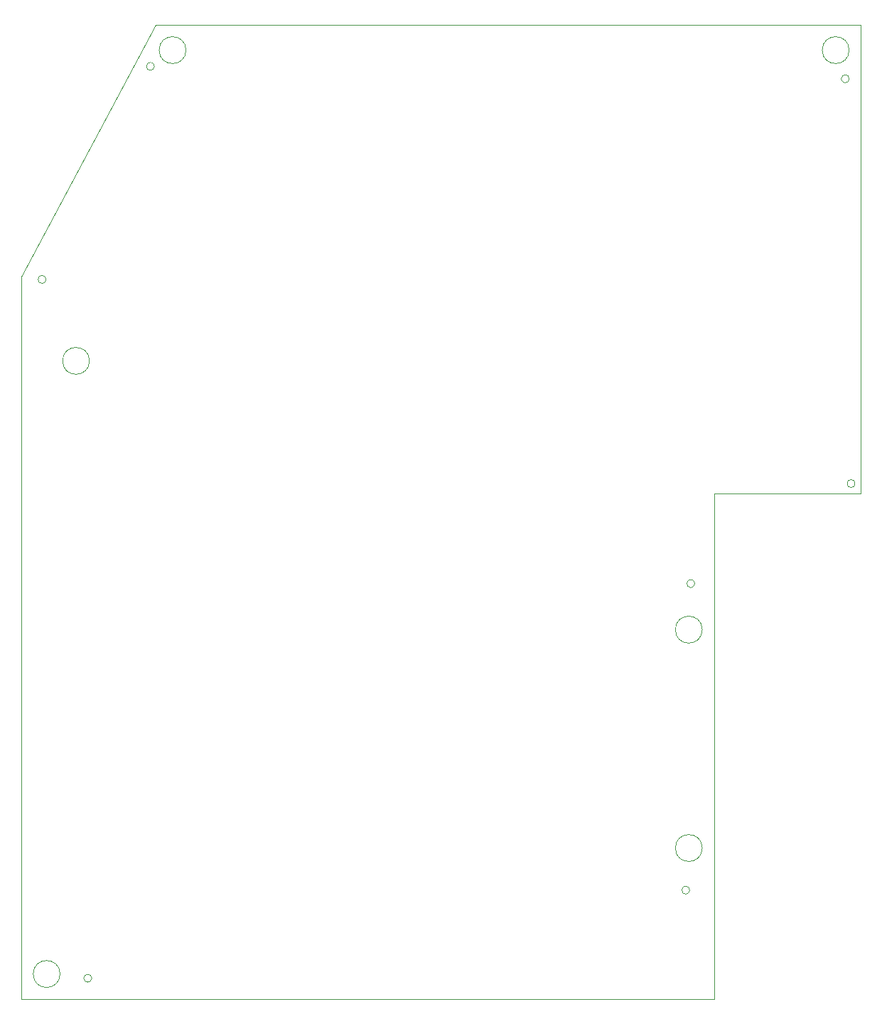
<source format=gm1>
G04 #@! TF.GenerationSoftware,KiCad,Pcbnew,(5.1.6-0-10_14)*
G04 #@! TF.CreationDate,2021-12-04T22:46:38+09:00*
G04 #@! TF.ProjectId,qPCR-main,71504352-2d6d-4616-996e-2e6b69636164,rev?*
G04 #@! TF.SameCoordinates,Original*
G04 #@! TF.FileFunction,Profile,NP*
%FSLAX46Y46*%
G04 Gerber Fmt 4.6, Leading zero omitted, Abs format (unit mm)*
G04 Created by KiCad (PCBNEW (5.1.6-0-10_14)) date 2021-12-04 22:46:38*
%MOMM*%
%LPD*%
G01*
G04 APERTURE LIST*
G04 #@! TA.AperFunction,Profile*
%ADD10C,0.100000*%
G04 #@! TD*
G04 APERTURE END LIST*
D10*
X159615000Y-137010000D02*
G75*
G03*
X159615000Y-137010000I-475000J0D01*
G01*
X160215000Y-100510000D02*
G75*
G03*
X160215000Y-100510000I-475000J0D01*
G01*
X179315000Y-88610000D02*
G75*
G03*
X179315000Y-88610000I-475000J0D01*
G01*
X161100000Y-132000000D02*
G75*
G03*
X161100000Y-132000000I-1600000J0D01*
G01*
X178615000Y-40410000D02*
G75*
G03*
X178615000Y-40410000I-475000J0D01*
G01*
X99600000Y-37000000D02*
G75*
G03*
X99600000Y-37000000I-1600000J0D01*
G01*
X161100000Y-106000000D02*
G75*
G03*
X161100000Y-106000000I-1600000J0D01*
G01*
X82925000Y-64300000D02*
G75*
G03*
X82925000Y-64300000I-475000J0D01*
G01*
X162500000Y-150000000D02*
X162500000Y-89770000D01*
X88375000Y-147500000D02*
G75*
G03*
X88375000Y-147500000I-475000J0D01*
G01*
X95835000Y-38930000D02*
G75*
G03*
X95835000Y-38930000I-475000J0D01*
G01*
X80000000Y-150000000D02*
X162500000Y-150000000D01*
X162500000Y-89770000D02*
X180000000Y-89770000D01*
X178600000Y-37000000D02*
G75*
G03*
X178600000Y-37000000I-1600000J0D01*
G01*
X84600000Y-147000000D02*
G75*
G03*
X84600000Y-147000000I-1600000J0D01*
G01*
X88100000Y-74000000D02*
G75*
G03*
X88100000Y-74000000I-1600000J0D01*
G01*
X96000000Y-34000000D02*
X80000000Y-64000000D01*
X80000000Y-64000000D02*
X80000000Y-150000000D01*
X180000000Y-89770000D02*
X180000000Y-34000000D01*
X96000000Y-34000000D02*
X180000000Y-34000000D01*
M02*

</source>
